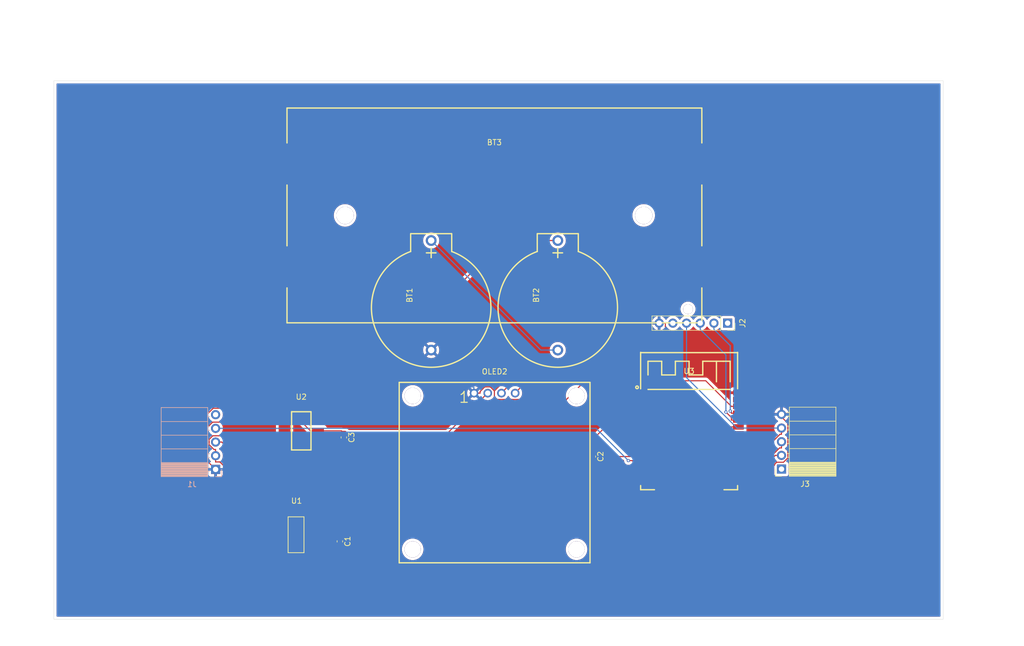
<source format=kicad_pcb>
(kicad_pcb (version 20240108) (generator "pcbnew") (generator_version "8.0")
  (layers (0 "F.Cu" signal) (31 "B.Cu" signal) (34 "B.Paste" user) (35 "F.Paste" user) (36 "B.SilkS" user "B.Silkscreen") (37 "F.SilkS" user "F.Silkscreen") (38 "B.Mask" user) (39 "F.Mask" user) (44 "Edge.Cuts" user))
  (net 0 "")
  (net 1 "Net-(BT1-Pad1)")
  (net 2 "GND")
  (net 3 "+BATT")
  (net 4 "+3.3V")
  (net 5 "Y2")
  (net 7 "X2")
  (net 10 "Net-(J2-Pin_3)")
  (net 11 "Net-(J2-Pin_2)")
  (net 12 "Y1")
  (net 14 "X1")
  (net 15 "SDA")
  (net 16 "SCL")
  (net 17 "+5V")
  (net 44 "Net-(BT3-Pad1)")
  (footprint "easyeda2kicad:BAT-TH_BS-02-A1AK006" (layer "F.Cu") (at 138.4903 24.83 90)
    (property "Reference" "BT2" (at 0 -4 90) (layer "F.SilkS"))
    (property "Value" "BS-02-A1AK006")
    (fp_line (start 8.13 -3.81) (end 11.44 -3.81) (stroke (width 0.25)) (layer "F.SilkS"))
    (fp_line (start 11.44 -3.75) (end 11.44 3.75) (stroke (width 0.25)) (layer "F.SilkS"))
    (fp_line (start 7.88 -0.89) (end 7.88 0.89) (stroke (width 0.25)) (layer "F.SilkS"))
    (fp_line (start 6.99 0) (end 8.77 0) (stroke (width 0.25)) (layer "F.SilkS"))
    (fp_line (start 8.13 3.81) (end 11.44 3.81) (stroke (width 0.25)) (layer "F.SilkS"))
    (fp_arc (start 8.13 3.81) (mid -13.365315 -0.001419) (end 8.130975 -3.807335) (stroke (width 0.25)) (layer "F.SilkS"))
    (pad "1" thru_hole circle (at 10.17 0 90) (size 2 2) (drill 1.199998) (layers "*.Cu" "*.Mask") (net 3 "+BATT"))
    (pad "2" thru_hole circle (at -10.17 0 90) (size 2 2) (drill 1.199998) (layers "*.Cu" "*.Mask") (net 1 "Net-(BT1-Pad1)"))
  )
  (footprint "easyeda2kicad:SOT-223-3_L6.5-W3.4-P2.30-LS7.0-BR" (layer "F.Cu") (at 90.03 69.3)
    (property "Reference" "U1" (at 0 -6.3 0) (layer "F.SilkS"))
    (property "Value" "AZ1117H-3.3TRG1")
    (fp_line (start -1.57 -3.33) (end 1.37 -3.33) (stroke (width 0.15)) (layer "F.SilkS"))
    (fp_line (start -1.57 3.33) (end -1.57 -3.33) (stroke (width 0.15)) (layer "F.SilkS"))
    (fp_line (start 1.37 -3.33) (end 1.37 3.33) (stroke (width 0.15)) (layer "F.SilkS"))
    (fp_line (start 1.37 3.33) (end -1.57 3.33) (stroke (width 0.15)) (layer "F.SilkS"))
    (pad "1" smd rect (at 2.97 2.3) (size 2.5 1.1) (layers "F.Cu" "F.Paste" "F.Mask") (net 2 "GND"))
    (pad "2" smd rect (at 2.97 0) (size 2.5 1.1) (layers "F.Cu" "F.Paste" "F.Mask") (net 4 "+3.3V"))
    (pad "3" smd rect (at 2.97 -2.3) (size 2.5 1.1) (layers "F.Cu" "F.Paste" "F.Mask") (net 3 "+BATT"))
    (pad "4" smd rect (at -2.97 0) (size 2.34 3.6) (layers "F.Cu" "F.Paste" "F.Mask") (net 4 "+3.3V"))
  )
  (footprint "Capacitor_SMD:C_0603_1608Metric" (layer "F.Cu") (at 98.06 70.525 -90)
    (property "Reference" "C1" (at 0 -1.43 90) (layer "F.SilkS"))
    (property "Value" "10uF")
    (fp_line (start -0.14058 0.51) (end 0.14058 0.51) (stroke (width 0.12)) (layer "F.SilkS"))
    (fp_line (start -0.14058 -0.51) (end 0.14058 -0.51) (stroke (width 0.12)) (layer "F.SilkS"))
    (pad "1" smd roundrect (at -0.775 0 270) (size 0.9 0.95) (layers "F.Cu" "F.Paste" "F.Mask") (net 4 "+3.3V"))
    (pad "2" smd roundrect (at 0.775 0 270) (size 0.9 0.95) (layers "F.Cu" "F.Paste" "F.Mask") (net 2 "GND"))
  )
  (footprint "easyeda2kicad:OLED-TH_L35.4-W33.5_HS13L03W2C01" (layer "F.Cu") (at 126.77 43)
    (property "Reference" "OLED2" (at 0 -4 0) (layer "F.SilkS"))
    (property "Value" "HS13L03W2C01")
    (fp_line (start -17.7 -2) (end 17.7 -2) (stroke (width 0.25)) (layer "F.SilkS"))
    (fp_line (start -17.7 31.5) (end -17.7 -2) (stroke (width 0.25)) (layer "F.SilkS"))
    (fp_line (start 17.7 -2) (end 17.7 31.5) (stroke (width 0.25)) (layer "F.SilkS"))
    (fp_line (start 17.7 31.5) (end -17.7 31.5) (stroke (width 0.25)) (layer "F.SilkS"))
    (fp_text user "1" (at -6.75 0.77 0) (layer "F.SilkS") (effects (font (size 2.03 2.03) (thickness 0.2)) (justify left)))
    (pad "" thru_hole circle (at -15.2 0.5) (size 3 3) (drill 3) (layers "*.Cu" "*.Mask"))
    (pad "" thru_hole circle (at -15.2 29) (size 3 3) (drill 3) (layers "*.Cu" "*.Mask"))
    (pad "" thru_hole circle (at 15.2 0.5) (size 3 3) (drill 3) (layers "*.Cu" "*.Mask"))
    (pad "" thru_hole circle (at 15.2 29) (size 3 3) (drill 3) (layers "*.Cu" "*.Mask"))
    (pad "1" thru_hole circle (at -3.81 0) (size 1.6 1.6) (drill 0.999998) (layers "*.Cu" "*.Mask") (net 2 "GND"))
    (pad "2" thru_hole circle (at -1.27 0) (size 1.6 1.6) (drill 0.999998) (layers "*.Cu" "*.Mask") (net 17 "+5V"))
    (pad "3" thru_hole circle (at 1.27 0) (size 1.6 1.6) (drill 0.999998) (layers "*.Cu" "*.Mask") (net 16 "SCL"))
    (pad "4" thru_hole circle (at 3.81 0) (size 1.6 1.6) (drill 0.999998) (layers "*.Cu" "*.Mask") (net 15 "SDA"))
  )
  (footprint "Connector_PinSocket_2.54mm:PinSocket_1x05_P2.54mm_Horizontal" (layer "F.Cu") (at 180 57.1 180)
    (property "Reference" "J3" (at -4.38 -2.77 0) (layer "F.SilkS"))
    (property "Value" "Conn_01x05")
    (fp_line (start 1.11 -1.33) (end 1.11 0) (stroke (width 0.12)) (layer "F.SilkS"))
    (fp_line (start 0 -1.33) (end 1.11 -1.33) (stroke (width 0.12)) (layer "F.SilkS"))
    (fp_line (start -1.46 10.52) (end -1.05 10.52) (stroke (width 0.12)) (layer "F.SilkS"))
    (fp_line (start -1.46 9.8) (end -1.05 9.8) (stroke (width 0.12)) (layer "F.SilkS"))
    (fp_line (start -1.46 7.98) (end -1.05 7.98) (stroke (width 0.12)) (layer "F.SilkS"))
    (fp_line (start -1.46 7.26) (end -1.05 7.26) (stroke (width 0.12)) (layer "F.SilkS"))
    (fp_line (start -1.46 5.44) (end -1.05 5.44) (stroke (width 0.12)) (layer "F.SilkS"))
    (fp_line (start -1.46 4.72) (end -1.05 4.72) (stroke (width 0.12)) (layer "F.SilkS"))
    (fp_line (start -1.46 2.9) (end -1.05 2.9) (stroke (width 0.12)) (layer "F.SilkS"))
    (fp_line (start -1.46 2.18) (end -1.05 2.18) (stroke (width 0.12)) (layer "F.SilkS"))
    (fp_line (start -1.46 0.36) (end -1.11 0.36) (stroke (width 0.12)) (layer "F.SilkS"))
    (fp_line (start -1.46 -0.36) (end -1.11 -0.36) (stroke (width 0.12)) (layer "F.SilkS"))
    (fp_line (start -1.46 -1.33) (end -1.46 11.49) (stroke (width 0.12)) (layer "F.SilkS"))
    (fp_line (start -10.09 11.49) (end -1.46 11.49) (stroke (width 0.12)) (layer "F.SilkS"))
    (fp_line (start -10.09 8.89) (end -1.46 8.89) (stroke (width 0.12)) (layer "F.SilkS"))
    (fp_line (start -10.09 6.35) (end -1.46 6.35) (stroke (width 0.12)) (layer "F.SilkS"))
    (fp_line (start -10.09 3.81) (end -1.46 3.81) (stroke (width 0.12)) (layer "F.SilkS"))
    (fp_line (start -10.09 1.27) (end -1.46 1.27) (stroke (width 0.12)) (layer "F.SilkS"))
    (fp_line (start -10.09 1.1519) (end -1.46 1.1519) (stroke (width 0.12)) (layer "F.SilkS"))
    (fp_line (start -10.09 1.033805) (end -1.46 1.033805) (stroke (width 0.12)) (layer "F.SilkS"))
    (fp_line (start -10.09 0.91571) (end -1.46 0.91571) (stroke (width 0.12)) (layer "F.SilkS"))
    (fp_line (start -10.09 0.797615) (end -1.46 0.797615) (stroke (width 0.12)) (layer "F.SilkS"))
    (fp_line (start -10.09 0.67952) (end -1.46 0.67952) (stroke (width 0.12)) (layer "F.SilkS"))
    (fp_line (start -10.09 0.561425) (end -1.46 0.561425) (stroke (width 0.12)) (layer "F.SilkS"))
    (fp_line (start -10.09 0.44333) (end -1.46 0.44333) (stroke (width 0.12)) (layer "F.SilkS"))
    (fp_line (start -10.09 0.325235) (end -1.46 0.325235) (stroke (width 0.12)) (layer "F.SilkS"))
    (fp_line (start -10.09 0.20714) (end -1.46 0.20714) (stroke (width 0.12)) (layer "F.SilkS"))
    (fp_line (start -10.09 0.089045) (end -1.46 0.089045) (stroke (width 0.12)) (layer "F.SilkS"))
    (fp_line (start -10.09 -0.02905) (end -1.46 -0.02905) (stroke (width 0.12)) (layer "F.SilkS"))
    (fp_line (start -10.09 -0.147145) (end -1.46 -0.147145) (stroke (width 0.12)) (layer "F.SilkS"))
    (fp_line (start -10.09 -0.26524) (end -1.46 -0.26524) (stroke (width 0.12)) (layer "F.SilkS"))
    (fp_line (start -10.09 -0.383335) (end -1.46 -0.383335) (stroke (width 0.12)) (layer "F.SilkS"))
    (fp_line (start -10.09 -0.50143) (end -1.46 -0.50143) (stroke (width 0.12)) (layer "F.SilkS"))
    (fp_line (start -10.09 -0.619525) (end -1.46 -0.619525) (stroke (width 0.12)) (layer "F.SilkS"))
    (fp_line (start -10.09 -0.73762) (end -1.46 -0.73762) (stroke (width 0.12)) (layer "F.SilkS"))
    (fp_line (start -10.09 -0.855715) (end -1.46 -0.855715) (stroke (width 0.12)) (layer "F.SilkS"))
    (fp_line (start -10.09 -0.97381) (end -1.46 -0.97381) (stroke (width 0.12)) (layer "F.SilkS"))
    (fp_line (start -10.09 -1.091905) (end -1.46 -1.091905) (stroke (width 0.12)) (layer "F.SilkS"))
    (fp_line (start -10.09 -1.21) (end -1.46 -1.21) (stroke (width 0.12)) (layer "F.SilkS"))
    (fp_line (start -10.09 -1.33) (end -1.46 -1.33) (stroke (width 0.12)) (layer "F.SilkS"))
    (fp_line (start -10.09 -1.33) (end -10.09 11.49) (stroke (width 0.12)) (layer "F.SilkS"))
    (pad "1" thru_hole rect (at 0 0 180) (size 1.7 1.7) (drill 1) (layers "*.Cu" "*.Mask"))
    (pad "2" thru_hole oval (at 0 2.54 180) (size 1.7 1.7) (drill 1) (layers "*.Cu" "*.Mask") (net 12 "Y1"))
    (pad "3" thru_hole oval (at 0 5.08 180) (size 1.7 1.7) (drill 1) (layers "*.Cu" "*.Mask") (net 14 "X1"))
    (pad "4" thru_hole oval (at 0 7.62 180) (size 1.7 1.7) (drill 1) (layers "*.Cu" "*.Mask") (net 4 "+3.3V"))
    (pad "5" thru_hole oval (at 0 10.16 180) (size 1.7 1.7) (drill 1) (layers "*.Cu" "*.Mask") (net 2 "GND"))
  )
  (footprint "easyeda2kicad:BAT-TH_BS-02-A1AK006" (layer "F.Cu") (at 115 24.83 90)
    (property "Reference" "BT1" (at 0 -4 90) (layer "F.SilkS"))
    (property "Value" "BS-02-A1AK006")
    (fp_line (start 8.13 -3.81) (end 11.44 -3.81) (stroke (width 0.25)) (layer "F.SilkS"))
    (fp_line (start 11.44 -3.75) (end 11.44 3.75) (stroke (width 0.25)) (layer "F.SilkS"))
    (fp_line (start 7.88 -0.89) (end 7.88 0.89) (stroke (width 0.25)) (layer "F.SilkS"))
    (fp_line (start 6.99 0) (end 8.77 0) (stroke (width 0.25)) (layer "F.SilkS"))
    (fp_line (start 8.13 3.81) (end 11.44 3.81) (stroke (width 0.25)) (layer "F.SilkS"))
    (fp_arc (start 8.13 3.81) (mid -13.365315 -0.001419) (end 8.130975 -3.807335) (stroke (width 0.25)) (layer "F.SilkS"))
    (pad "1" thru_hole circle (at 10.17 0 90) (size 2 2) (drill 1.199998) (layers "*.Cu" "*.Mask") (net 1 "Net-(BT1-Pad1)"))
    (pad "2" thru_hole circle (at -10.17 0 90) (size 2 2) (drill 1.199998) (layers "*.Cu" "*.Mask") (net 2 "GND"))
  )
  (footprint "Connector_PinSocket_2.54mm:PinSocket_1x06_P2.54mm_Vertical" (layer "F.Cu") (at 170 30 -90)
    (property "Reference" "J2" (at 0 -2.77 90) (layer "F.SilkS"))
    (property "Value" "Conn_01x06")
    (fp_line (start -1.33 14.03) (end 1.33 14.03) (stroke (width 0.12)) (layer "F.SilkS"))
    (fp_line (start -1.33 1.27) (end -1.33 14.03) (stroke (width 0.12)) (layer "F.SilkS"))
    (fp_line (start -1.33 1.27) (end 1.33 1.27) (stroke (width 0.12)) (layer "F.SilkS"))
    (fp_line (start 1.33 1.27) (end 1.33 14.03) (stroke (width 0.12)) (layer "F.SilkS"))
    (fp_line (start 0 -1.33) (end 1.33 -1.33) (stroke (width 0.12)) (layer "F.SilkS"))
    (fp_line (start 1.33 -1.33) (end 1.33 0) (stroke (width 0.12)) (layer "F.SilkS"))
    (pad "1" thru_hole rect (at 0 0 270) (size 1.7 1.7) (drill 1) (layers "*.Cu" "*.Mask"))
    (pad "2" thru_hole oval (at 0 2.54 270) (size 1.7 1.7) (drill 1) (layers "*.Cu" "*.Mask") (net 11 "Net-(J2-Pin_2)"))
    (pad "3" thru_hole oval (at 0 5.08 270) (size 1.7 1.7) (drill 1) (layers "*.Cu" "*.Mask") (net 10 "Net-(J2-Pin_3)"))
    (pad "4" thru_hole oval (at 0 7.62 270) (size 1.7 1.7) (drill 1) (layers "*.Cu" "*.Mask") (net 4 "+3.3V"))
    (pad "5" thru_hole oval (at 0 10.16 270) (size 1.7 1.7) (drill 1) (layers "*.Cu" "*.Mask"))
    (pad "6" thru_hole oval (at 0 12.7 270) (size 1.7 1.7) (drill 1) (layers "*.Cu" "*.Mask") (net 2 "GND"))
  )
  (footprint "easyeda2kicad:SOT-223_L6.7-W3.5-P2.30-BR" (layer "F.Cu") (at 90.9 50)
    (property "Reference" "U2" (at 0 -6.3 0) (layer "F.SilkS"))
    (property "Value" "AMS1117-5.0_C347223")
    (fp_line (start -1.8 -3.55) (end 1.8 -3.55) (stroke (width 0.25)) (layer "F.SilkS"))
    (fp_line (start -1.8 3.55) (end -1.8 -3.55) (stroke (width 0.25)) (layer "F.SilkS"))
    (fp_line (start -1.8 3.55) (end 1.8 3.55) (stroke (width 0.25)) (layer "F.SilkS"))
    (fp_line (start 1.8 3.55) (end 1.8 -3.55) (stroke (width 0.25)) (layer "F.SilkS"))
    (pad "1" smd rect (at 3.1 2.3 90) (size 1.1 2.2) (layers "F.Cu" "F.Paste" "F.Mask") (net 2 "GND"))
    (pad "2" smd rect (at 3.1 0 90) (size 1.1 2.2) (layers "F.Cu" "F.Paste" "F.Mask") (net 17 "+5V"))
    (pad "3" smd rect (at 3.1 -2.3 90) (size 1.1 2.2) (layers "F.Cu" "F.Paste" "F.Mask") (net 3 "+BATT"))
    (pad "4" smd rect (at -3.1 0) (size 2.2 3.5) (layers "F.Cu" "F.Paste" "F.Mask") (net 17 "+5V"))
  )
  (footprint "Capacitor_SMD:C_0603_1608Metric" (layer "F.Cu") (at 98.8 51.225 -90)
    (property "Reference" "C3" (at 0 -1.43 90) (layer "F.SilkS"))
    (property "Value" "10uF")
    (fp_line (start -0.14058 0.51) (end 0.14058 0.51) (stroke (width 0.12)) (layer "F.SilkS"))
    (fp_line (start -0.14058 -0.51) (end 0.14058 -0.51) (stroke (width 0.12)) (layer "F.SilkS"))
    (pad "1" smd roundrect (at -0.775 0 270) (size 0.9 0.95) (layers "F.Cu" "F.Paste" "F.Mask") (net 17 "+5V"))
    (pad "2" smd roundrect (at 0.775 0 270) (size 0.9 0.95) (layers "F.Cu" "F.Paste" "F.Mask") (net 2 "GND"))
  )
  (footprint "Capacitor_SMD:C_0603_1608Metric" (layer "F.Cu") (at 145 54.775 -90)
    (property "Reference" "C2" (at 0 -1.43 90) (layer "F.SilkS"))
    (property "Value" "10uF")
    (fp_line (start -0.14058 0.51) (end 0.14058 0.51) (stroke (width 0.12)) (layer "F.SilkS"))
    (fp_line (start -0.14058 -0.51) (end 0.14058 -0.51) (stroke (width 0.12)) (layer "F.SilkS"))
    (pad "1" smd roundrect (at -0.775 0 270) (size 0.9 0.95) (layers "F.Cu" "F.Paste" "F.Mask") (net 4 "+3.3V"))
    (pad "2" smd roundrect (at 0.775 0 270) (size 0.9 0.95) (layers "F.Cu" "F.Paste" "F.Mask") (net 2 "GND"))
  )
  (footprint "easyeda2kicad:COMM-SMD_ESP-WROOM-32D" (layer "F.Cu") (at 162.85 52.03)
    (property "Reference" "U3" (at 0 -13.11 0) (layer "F.SilkS"))
    (property "Value" "ESP-WROOM-32E")
    (fp_line (start -8.99 -16.61) (end -8.99 -9.84) (stroke (width 0.25)) (layer "F.SilkS"))
    (fp_line (start -8.99 -16.55) (end 9 -16.55) (stroke (width 0.25)) (layer "F.SilkS"))
    (fp_line (start -8.99 8.13) (end -8.99 8.9) (stroke (width 0.25)) (layer "F.SilkS"))
    (fp_line (start -8.99 8.9) (end -6.42 8.9) (stroke (width 0.25)) (layer "F.SilkS"))
    (fp_line (start -7.62 -14.95) (end -5.08 -14.95) (stroke (width 0.25)) (layer "F.SilkS"))
    (fp_line (start -7.62 -12.41) (end -7.62 -14.95) (stroke (width 0.25)) (layer "F.SilkS"))
    (fp_line (start -7.62 -9.72) (end 7.62 -9.72) (stroke (width 0.25)) (layer "F.SilkS"))
    (fp_line (start -5.08 -14.95) (end -5.08 -12.41) (stroke (width 0.25)) (layer "F.SilkS"))
    (fp_line (start -5.08 -12.41) (end -2.54 -12.41) (stroke (width 0.25)) (layer "F.SilkS"))
    (fp_line (start -2.54 -14.95) (end 0 -14.95) (stroke (width 0.25)) (layer "F.SilkS"))
    (fp_line (start -2.54 -12.41) (end -2.54 -14.95) (stroke (width 0.25)) (layer "F.SilkS"))
    (fp_line (start 0 -14.95) (end 0 -12.41) (stroke (width 0.25)) (layer "F.SilkS"))
    (fp_line (start 0 -12.41) (end 2.54 -12.41) (stroke (width 0.25)) (layer "F.SilkS"))
    (fp_line (start 2.54 -14.95) (end 6.35 -14.95) (stroke (width 0.25)) (layer "F.SilkS"))
    (fp_line (start 2.54 -12.41) (end 2.54 -14.95) (stroke (width 0.25)) (layer "F.SilkS"))
    (fp_line (start 5.08 -14.95) (end 5.08 -11.14) (stroke (width 0.25)) (layer "F.SilkS"))
    (fp_line (start 6.35 -14.95) (end 7.62 -14.95) (stroke (width 0.25)) (layer "F.SilkS"))
    (fp_line (start 6.48 8.9) (end 9 8.9) (stroke (width 0.25)) (layer "F.SilkS"))
    (fp_line (start 7.62 -14.95) (end 7.62 -11.14) (stroke (width 0.25)) (layer "F.SilkS"))
    (fp_line (start 9 -16.61) (end 9 -9.84) (stroke (width 0.25)) (layer "F.SilkS"))
    (fp_line (start 9 8.13) (end 9 8.9) (stroke (width 0.25)) (layer "F.SilkS"))
    (fp_circle (center -9.65 -10.11) (end -9.4 -10.11) (stroke (width 0.25)) (fill none) (layer "F.SilkS"))
    (pad "1" smd rect (at -9.15 -9.11) (size 2 1) (layers "F.Cu" "F.Paste" "F.Mask") (net 2 "GND"))
    (pad "2" smd rect (at -9.15 -7.84) (size 2 1) (layers "F.Cu" "F.Paste" "F.Mask") (net 4 "+3.3V"))
    (pad "3" smd rect (at -9.15 -6.57) (size 2 1) (layers "F.Cu" "F.Paste" "F.Mask"))
    (pad "4" smd rect (at -9.15 -5.3) (size 2 1) (layers "F.Cu" "F.Paste" "F.Mask"))
    (pad "5" smd rect (at -9.15 -4.03) (size 2 1) (layers "F.Cu" "F.Paste" "F.Mask"))
    (pad "6" smd rect (at -9.15 -2.76) (size 2 1) (layers "F.Cu" "F.Paste" "F.Mask"))
    (pad "7" smd rect (at -9.15 -1.49) (size 2 1) (layers "F.Cu" "F.Paste" "F.Mask"))
    (pad "8" smd rect (at -9.15 -0.22) (size 2 1) (layers "F.Cu" "F.Paste" "F.Mask") (net 14 "X1"))
    (pad "9" smd rect (at -9.15 1.05) (size 2 1) (layers "F.Cu" "F.Paste" "F.Mask") (net 12 "Y1"))
    (pad "10" smd rect (at -9.15 2.32) (size 2 1) (layers "F.Cu" "F.Paste" "F.Mask") (net 7 "X2"))
    (pad "11" smd rect (at -9.15 3.59) (size 2 1) (layers "F.Cu" "F.Paste" "F.Mask") (net 5 "Y2"))
    (pad "12" smd rect (at -9.15 4.86) (size 2 1) (layers "F.Cu" "F.Paste" "F.Mask"))
    (pad "13" smd rect (at -9.15 6.13) (size 2 1) (layers "F.Cu" "F.Paste" "F.Mask"))
    (pad "14" smd rect (at -9.15 7.4) (size 2 1) (layers "F.Cu" "F.Paste" "F.Mask"))
    (pad "15" smd rect (at -5.69 9.11 90) (size 2 1) (layers "F.Cu" "F.Paste" "F.Mask") (net 2 "GND"))
    (pad "16" smd rect (at -4.42 9.11 90) (size 2 1) (layers "F.Cu" "F.Paste" "F.Mask"))
    (pad "17" smd rect (at -3.15 9.11 90) (size 2 1) (layers "F.Cu" "F.Paste" "F.Mask"))
    (pad "18" smd rect (at -1.88 9.11 90) (size 2 1) (layers "F.Cu" "F.Paste" "F.Mask"))
    (pad "19" smd rect (at -0.61 9.11 90) (size 2 1) (layers "F.Cu" "F.Paste" "F.Mask"))
    (pad "20" smd rect (at 0.66 9.11 90) (size 2 1) (layers "F.Cu" "F.Paste" "F.Mask"))
    (pad "21" smd rect (at 1.93 9.11 90) (size 2 1) (layers "F.Cu" "F.Paste" "F.Mask"))
    (pad "22" smd rect (at 3.2 9.11 90) (size 2 1) (layers "F.Cu" "F.Paste" "F.Mask"))
    (pad "23" smd rect (at 4.47 9.11 90) (size 2 1) (layers "F.Cu" "F.Paste" "F.Mask"))
    (pad "24" smd rect (at 5.74 9.11 90) (size 2 1) (layers "F.Cu" "F.Paste" "F.Mask"))
    (pad "25" smd rect (at 9.15 7.4) (size 2 1) (layers "F.Cu" "F.Paste" "F.Mask"))
    (pad "26" smd rect (at 9.15 6.13) (size 2 1) (layers "F.Cu" "F.Paste" "F.Mask"))
    (pad "27" smd rect (at 9.15 4.86) (size 2 1) (layers "F.Cu" "F.Paste" "F.Mask"))
    (pad "28" smd rect (at 9.15 3.59) (size 2 1) (layers "F.Cu" "F.Paste" "F.Mask"))
    (pad "29" smd rect (at 9.15 2.32) (size 2 1) (layers "F.Cu" "F.Paste" "F.Mask"))
    (pad "30" smd rect (at 9.15 1.05) (size 2 1) (layers "F.Cu" "F.Paste" "F.Mask"))
    (pad "31" smd rect (at 9.15 -0.22) (size 2 1) (layers "F.Cu" "F.Paste" "F.Mask"))
    (pad "32" smd rect (at 9.15 -1.49) (size 2 1) (layers "F.Cu" "F.Paste" "F.Mask"))
    (pad "33" smd rect (at 9.15 -2.76) (size 2 1) (layers "F.Cu" "F.Paste" "F.Mask") (net 15 "SDA"))
    (pad "34" smd rect (at 9.15 -4.03) (size 2 1) (layers "F.Cu" "F.Paste" "F.Mask") (net 10 "Net-(J2-Pin_3)"))
    (pad "35" smd rect (at 9.15 -5.3) (size 2 1) (layers "F.Cu" "F.Paste" "F.Mask") (net 11 "Net-(J2-Pin_2)"))
    (pad "36" smd rect (at 9.15 -6.57) (size 2 1) (layers "F.Cu" "F.Paste" "F.Mask") (net 16 "SCL"))
    (pad "37" smd rect (at 9.15 -7.84) (size 2 1) (layers "F.Cu" "F.Paste" "F.Mask"))
    (pad "38" smd rect (at 9.15 -9.11) (size 2 1) (layers "F.Cu" "F.Paste" "F.Mask") (net 2 "GND"))
    (pad "39" smd rect (at -1.49 -1.4) (size 3.5 3.5) (layers "F.Cu" "F.Paste" "F.Mask") (net 2 "GND"))
  )
  (footprint "easyeda2kicad:BAT-SMD_BH-18650-B1BA007" (layer "F.Cu") (at 126.73 10)
    (property "Reference" "BT3" (at 0 -13.55 0) (layer "F.SilkS"))
    (property "Value" "BH-18650-B1BA007")
    (fp_line (start -38.48 -19.94) (end 38.49 -19.94) (stroke (width 0.25)) (layer "F.SilkS"))
    (fp_line (start -38.48 -13.46) (end -38.48 -19.94) (stroke (width 0.25)) (layer "F.SilkS"))
    (fp_line (start -38.48 5.64) (end -38.48 -5.64) (stroke (width 0.25)) (layer "F.SilkS"))
    (fp_line (start -38.48 19.94) (end -38.48 13.46) (stroke (width 0.25)) (layer "F.SilkS"))
    (fp_line (start 38.49 -19.94) (end 38.49 -13.46) (stroke (width 0.25)) (layer "F.SilkS"))
    (fp_line (start 38.49 -5.64) (end 38.49 5.64) (stroke (width 0.25)) (layer "F.SilkS"))
    (fp_line (start 38.49 13.46) (end 38.49 19.94) (stroke (width 0.25)) (layer "F.SilkS"))
    (fp_line (start 38.49 19.94) (end -38.48 19.94) (stroke (width 0.25)) (layer "F.SilkS"))
    (pad "" thru_hole circle (at -27.7 0) (size 3.2 3.2) (drill 3.2) (layers "*.Cu" "*.Mask"))
    (pad "" thru_hole circle (at 27.7 0) (size 3.2 3.2) (drill 3.2) (layers "*.Cu" "*.Mask"))
    (pad "" thru_hole circle (at 35.93 17.4) (size 1.8 1.8) (drill 1.8) (layers "*.Cu" "*.Mask"))
    (pad "1" smd rect (at -40.85 -9.55) (size 5.32 7.35) (layers "F.Cu" "F.Paste" "F.Mask") (net 44 "Net-(BT3-Pad1)"))
    (pad "2" smd rect (at 40.85 -9.55) (size 5.32 7.35) (layers "F.Cu" "F.Paste" "F.Mask") (net 2 "GND"))
    (pad "3" smd rect (at -40.85 9.55) (size 5.32 7.35) (layers "F.Cu" "F.Paste" "F.Mask") (net 3 "+BATT"))
    (pad "4" smd rect (at 40.85 9.55) (size 5.32 7.35) (layers "F.Cu" "F.Paste" "F.Mask") (net 44 "Net-(BT3-Pad1)"))
  )
  (footprint "Connector_PinSocket_2.54mm:PinSocket_1x05_P2.54mm_Horizontal" (layer "B.Cu") (at 75 57.16)
    (property "Reference" "J1" (at -4.38 2.77 0) (layer "B.SilkS") (effects (justify mirror)))
    (property "Value" "Conn_01x05")
    (fp_line (start -10.09 -11.49) (end -10.09 1.33) (stroke (width 0.12)) (layer "B.SilkS"))
    (fp_line (start -1.46 -11.49) (end -10.09 -11.49) (stroke (width 0.12)) (layer "B.SilkS"))
    (fp_line (start -1.46 -11.49) (end -1.46 1.33) (stroke (width 0.12)) (layer "B.SilkS"))
    (fp_line (start -1.46 -8.89) (end -10.09 -8.89) (stroke (width 0.12)) (layer "B.SilkS"))
    (fp_line (start -1.46 -6.35) (end -10.09 -6.35) (stroke (width 0.12)) (layer "B.SilkS"))
    (fp_line (start -1.46 -3.81) (end -10.09 -3.81) (stroke (width 0.12)) (layer "B.SilkS"))
    (fp_line (start -1.46 -1.27) (end -10.09 -1.27) (stroke (width 0.12)) (layer "B.SilkS"))
    (fp_line (start -1.46 -1.1519) (end -10.09 -1.1519) (stroke (width 0.12)) (layer "B.SilkS"))
    (fp_line (start -1.46 -1.033805) (end -10.09 -1.033805) (stroke (width 0.12)) (layer "B.SilkS"))
    (fp_line (start -1.46 -0.91571) (end -10.09 -0.91571) (stroke (width 0.12)) (layer "B.SilkS"))
    (fp_line (start -1.46 -0.797615) (end -10.09 -0.797615) (stroke (width 0.12)) (layer "B.SilkS"))
    (fp_line (start -1.46 -0.67952) (end -10.09 -0.67952) (stroke (width 0.12)) (layer "B.SilkS"))
    (fp_line (start -1.46 -0.561425) (end -10.09 -0.561425) (stroke (width 0.12)) (layer "B.SilkS"))
    (fp_line (start -1.46 -0.44333) (end -10.09 -0.44333) (stroke (width 0.12)) (layer "B.SilkS"))
    (fp_line (start -1.46 -0.325235) (end -10.09 -0.325235) (stroke (width 0.12)) (layer "B.SilkS"))
    (fp_line (start -1.46 -0.20714) (end -10.09 -0.20714) (stroke (width 0.12)) (layer "B.SilkS"))
    (fp_line (start -1.46 -0.089045) (end -10.09 -0.089045) (stroke (width 0.12)) (layer "B.SilkS"))
    (fp_line (start -1.46 0.02905) (end -10.09 0.02905) (stroke (width 0.12)) (layer "B.SilkS"))
    (fp_line (start -1.46 0.147145) (end -10.09 0.147145) (stroke (width 0.12)) (layer "B.SilkS"))
    (fp_line (start -1.46 0.26524) (end -10.09 0.26524) (stroke (width 0.12)) (layer "B.SilkS"))
    (fp_line (start -1.46 0.383335) (end -10.09 0.383335) (stroke (width 0.12)) (layer "B.SilkS"))
    (fp_line (start -1.46 0.50143) (end -10.09 0.50143) (stroke (width 0.12)) (layer "B.SilkS"))
    (fp_line (start -1.46 0.619525) (end -10.09 0.619525) (stroke (width 0.12)) (layer "B.SilkS"))
    (fp_line (start -1.46 0.73762) (end -10.09 0.73762) (stroke (width 0.12)) (layer "B.SilkS"))
    (fp_line (start -1.46 0.855715) (end -10.09 0.855715) (stroke (width 0.12)) (layer "B.SilkS"))
    (fp_line (start -1.46 0.97381) (end -10.09 0.97381) (stroke (width 0.12)) (layer "B.SilkS"))
    (fp_line (start -1.46 1.091905) (end -10.09 1.091905) (stroke (width 0.12)) (layer "B.SilkS"))
    (fp_line (start -1.46 1.21) (end -10.09 1.21) (stroke (width 0.12)) (layer "B.SilkS"))
    (fp_line (start -1.46 1.33) (end -10.09 1.33) (stroke (width 0.12)) (layer "B.SilkS"))
    (fp_line (start -1.11 -0.36) (end -1.46 -0.36) (stroke (width 0.12)) (layer "B.SilkS"))
    (fp_line (start -1.11 0.36) (end -1.46 0.36) (stroke (width 0.12)) (layer "B.SilkS"))
    (fp_line (start -1.05 -10.52) (end -1.46 -10.52) (stroke (width 0.12)) (layer "B.SilkS"))
    (fp_line (start -1.05 -9.8) (end -1.46 -9.8) (stroke (width 0.12)) (layer "B.SilkS"))
    (fp_line (start -1.05 -7.98) (end -1.46 -7.98) (stroke (width 0.12)) (layer "B.SilkS"))
    (fp_line (start -1.05 -7.26) (end -1.46 -7.26) (stroke (width 0.12)) (layer "B.SilkS"))
    (fp_line (start -1.05 -5.44) (end -1.46 -5.44) (stroke (width 0.12)) (layer "B.SilkS"))
    (fp_line (start -1.05 -4.72) (end -1.46 -4.72) (stroke (width 0.12)) (layer "B.SilkS"))
    (fp_line (start -1.05 -2.9) (end -1.46 -2.9) (stroke (width 0.12)) (layer "B.SilkS"))
    (fp_line (start -1.05 -2.18) (end -1.46 -2.18) (stroke (width 0.12)) (layer "B.SilkS"))
    (fp_line (start 1.11 0) (end 1.11 1.33) (stroke (width 0.12)) (layer "B.SilkS"))
    (fp_line (start 1.11 1.33) (end 0 1.33) (stroke (width 0.12)) (layer "B.SilkS"))
    (pad "1" thru_hole rect (at 0 0) (size 1.7 1.7) (drill 1) (layers "*.Cu" "*.Mask") (net 2 "GND"))
    (pad "2" thru_hole oval (at 0 -2.54) (size 1.7 1.7) (drill 1) (layers "*.Cu" "*.Mask") (net 4 "+3.3V"))
    (pad "3" thru_hole oval (at 0 -5.08) (size 1.7 1.7) (drill 1) (layers "*.Cu" "*.Mask") (net 7 "X2"))
    (pad "4" thru_hole oval (at 0 -7.62) (size 1.7 1.7) (drill 1) (layers "*.Cu" "*.Mask") (net 5 "Y2"))
    (pad "5" thru_hole oval (at 0 -10.16) (size 1.7 1.7) (drill 1) (layers "*.Cu" "*.Mask"))
  )
  (gr_rect (start 45 -15) (end 210 85) (stroke (width 0.05)) (fill none) (layer "Edge.Cuts"))
  (segment (start 135.34 35) (end 138.4903 35) (width 0.2) (layer "B.Cu") (net 1))
  (segment (start 115 14.66) (end 135.34 35) (width 0.2) (layer "B.Cu") (net 1))
  (segment (start 178.7162 56.2158) (end 179.1019 55.8301) (width 0.2) (layer "F.Cu") (net 2))
  (segment (start 153.7 42.92) (end 155.0017 42.92) (width 0.2) (layer "F.Cu") (net 2))
  (segment (start 94 52.3) (end 98.5 52.3) (width 0.2) (layer "F.Cu") (net 2))
  (segment (start 93.7759 71.6) (end 94.5517 71.6) (width 0.2) (layer "F.Cu") (net 2))
  (segment (start 151.015 41.5367) (end 152.3983 42.92) (width 0.2) (layer "F.Cu") (net 2))
  (segment (start 118.9031 52) (end 98.8 52) (width 0.2) (layer "F.Cu") (net 2))
  (segment (start 180.3617 55.8301) (end 181.1517 55.0401) (width 0.2) (layer "F.Cu") (net 2))
  (segment (start 181.1517 48.5667) (end 179.525 46.94) (width 0.2) (layer "F.Cu") (net 2))
  (segment (start 179.525 46.94) (end 178.8483 46.94) (width 0.2) (layer "F.Cu") (net 2))
  (segment (start 126.73 42.5925) (end 126.73 44.1731) (width 0.2) (layer "F.Cu") (net 2))
  (segment (start 157.16 61.7908) (end 151.2408 61.7908) (width 0.2) (layer "F.Cu") (net 2))
  (segment (start 172.619 62.4417) (end 178.7162 56.3445) (width 0.2) (layer "F.Cu") (net 2))
  (segment (start 73.4055 49.4347) (end 74.4542 48.386) (width 0.2) (layer "F.Cu") (net 2))
  (segment (start 157.16 61.7908) (end 157.16 62.4417) (width 0.2) (layer "F.Cu") (net 2))
  (segment (start 84.9639 68.2756) (end 75 58.3117) (width 0.2) (layer "F.Cu") (net 2))
  (segment (start 73.4055 55.5655) (end 73.4055 49.4347) (width 0.2) (layer "F.Cu") (net 2))
  (segment (start 86.589 72.2306) (end 84.9639 70.6055) (width 0.2) (layer "F.Cu") (net 2))
  (segment (start 142.7352 41.5367) (end 151.015 41.5367) (width 0.2) (layer "F.Cu") (net 2))
  (segment (start 181.1517 55.0401) (end 181.1517 48.5667) (width 0.2) (layer "F.Cu") (net 2))
  (segment (start 124.0717 43) (end 124.0717 42.7121) (width 0.2) (layer "F.Cu") (net 2))
  (segment (start 157.3 30) (end 158.4517 30) (width 0.2) (layer "F.Cu") (net 2))
  (segment (start 74.4542 48.386) (end 82.5976 48.386) (width 0.2) (layer "F.Cu") (net 2))
  (segment (start 161.36 50.63) (end 161.36 48.5783) (width 0.2) (layer "F.Cu") (net 2))
  (segment (start 158.4517 30.6734) (end 158.4517 30) (width 0.2) (layer "F.Cu") (net 2))
  (segment (start 157.16 62.4417) (end 172.619 62.4417) (width 0.2) (layer "F.Cu") (net 2))
  (segment (start 174.8283 42.92) (end 172 42.92) (width 0.2) (layer "F.Cu") (net 2))
  (segment (start 122.92 43) (end 124.0717 43) (width 0.2) (layer "F.Cu") (net 2))
  (segment (start 126.73 42.5925) (end 139.3225 30) (width 0.2) (layer "F.Cu") (net 2))
  (segment (start 151.2408 61.7908) (end 145 55.55) (width 0.2) (layer "F.Cu") (net 2))
  (segment (start 125.9771 41.8396) (end 126.73 42.5925) (width 0.2) (layer "F.Cu") (net 2))
  (segment (start 153.7 42.92) (end 152.3983 42.92) (width 0.2) (layer "F.Cu") (net 2))
  (segment (start 140.0988 44.1731) (end 142.7352 41.5367) (width 0.2) (layer "F.Cu") (net 2))
  (segment (start 98.5 52.3) (end 98.8 52) (width 0.2) (layer "F.Cu") (net 2))
  (segment (start 179.1019 55.8301) (end 180.3617 55.8301) (width 0.2) (layer "F.Cu") (net 2))
  (segment (start 90.8177 72.2306) (end 86.589 72.2306) (width 0.2) (layer "F.Cu") (net 2))
  (segment (start 86.5116 52.3) (end 94 52.3) (width 0.2) (layer "F.Cu") (net 2))
  (segment (start 126.73 44.1731) (end 118.9031 52) (width 0.2) (layer "F.Cu") (net 2))
  (segment (start 155.0017 42.92) (end 160.66 48.5783) (width 0.2) (layer "F.Cu") (net 2))
  (segment (start 124.9442 41.8396) (end 125.9771 41.8396) (width 0.2) (layer "F.Cu") (net 2))
  (segment (start 124.0717 42.7121) (end 124.9442 41.8396) (width 0.2) (layer "F.Cu") (net 2))
  (segment (start 160.66 48.5783) (end 161.36 48.5783) (width 0.2) (layer "F.Cu") (net 2))
  (segment (start 157.16 61.14) (end 157.16 61.7908) (width 0.2) (layer "F.Cu") (net 2))
  (segment (start 82.5976 48.386) (end 86.5116 52.3) (width 0.2) (layer "F.Cu") (net 2))
  (segment (start 75 57.16) (end 75 58.3117) (width 0.2) (layer "F.Cu") (net 2))
  (segment (start 91.4483 71.6) (end 90.8177 72.2306) (width 0.2) (layer "F.Cu") (net 2))
  (segment (start 94.8517 71.3) (end 94.5517 71.6) (width 0.2) (layer "F.Cu") (net 2))
  (segment (start 98.06 71.3) (end 94.8517 71.3) (width 0.2) (layer "F.Cu") (net 2))
  (segment (start 75 57.16) (end 73.4055 55.5655) (width 0.2) (layer "F.Cu") (net 2))
  (segment (start 180 46.94) (end 179.525 46.94) (width 0.2) (layer "F.Cu") (net 2))
  (segment (start 170.6983 42.92) (end 158.4517 30.6734) (width 0.2) (layer "F.Cu") (net 2))
  (segment (start 93.7759 71.6) (end 93 71.6) (width 0.2) (layer "F.Cu") (net 2))
  (segment (start 139.3225 30) (end 157.3 30) (width 0.2) (layer "F.Cu") (net 2))
  (segment (start 93 71.6) (end 91.4483 71.6) (width 0.2) (layer "F.Cu") (net 2))
  (segment (start 126.73 44.1731) (end 140.0988 44.1731) (width 0.2) (layer "F.Cu") (net 2))
  (segment (start 172 42.92) (end 170.6983 42.92) (width 0.2) (layer "F.Cu") (net 2))
  (segment (start 178.8483 46.94) (end 174.8283 42.92) (width 0.2) (layer "F.Cu") (net 2))
  (segment (start 178.7162 56.3445) (end 178.7162 56.2158) (width 0.2) (layer "F.Cu") (net 2))
  (segment (start 84.9639 70.6055) (end 84.9639 68.2756) (width 0.2) (layer "F.Cu") (net 2))
  (segment (start 122.92 43) (end 122.92 41.8483) (width 0.2) (layer "B.Cu") (net 2))
  (segment (start 122.92 41.8483) (end 121.8483 41.8483) (width 0.2) (layer "B.Cu") (net 2))
  (segment (start 121.8483 41.8483) (end 115 35) (width 0.2) (layer "B.Cu") (net 2))
  (segment (start 95.4017 47.7) (end 128.4417 14.66) (width 0.2) (layer "F.Cu") (net 3))
  (segment (start 94 47.7) (end 92.5983 47.7) (width 0.2) (layer "F.Cu") (net 3))
  (segment (start 74.5538 45.8099) (end 72.9854 47.3783) (width 0.2) (layer "F.Cu") (net 3))
  (segment (start 94 47.7) (end 95.4017 47.7) (width 0.2) (layer "F.Cu") (net 3))
  (segment (start 72.9854 47.3783) (end 72.9854 59.195) (width 0.2) (layer "F.Cu") (net 3))
  (segment (start 85.88 39.58) (end 94 47.7) (width 0.2) (layer "F.Cu") (net 3))
  (segment (start 98.8865 69.3332) (end 96.5533 67) (width 0.2) (layer "F.Cu") (net 3))
  (segment (start 128.4417 14.66) (end 138.4903 14.66) (width 0.2) (layer "F.Cu") (net 3))
  (segment (start 96.5533 67) (end 93 67) (width 0.2) (layer "F.Cu") (net 3))
  (segment (start 92.5983 47.7) (end 90.7082 45.8099) (width 0.2) (layer "F.Cu") (net 3))
  (segment (start 72.9854 59.195) (end 86.464 72.6736) (width 0.2) (layer "F.Cu") (net 3))
  (segment (start 90.7082 45.8099) (end 74.5538 45.8099) (width 0.2) (layer "F.Cu") (net 3))
  (segment (start 98.8865 71.7031) (end 98.8865 69.3332) (width 0.2) (layer "F.Cu") (net 3))
  (segment (start 86.464 72.6736) (end 97.916 72.6736) (width 0.2) (layer "F.Cu") (net 3))
  (segment (start 97.916 72.6736) (end 98.8865 71.7031) (width 0.2) (layer "F.Cu") (net 3))
  (segment (start 85.88 19.55) (end 85.88 39.58) (width 0.2) (layer "F.Cu") (net 3))
  (segment (start 74.7121 53.4683) (end 75 53.4683) (width 0.2) (layer "F.Cu") (net 4))
  (segment (start 145 54) (end 144.2047 53.2047) (width 0.2) (layer "F.Cu") (net 4))
  (segment (start 170.875 60.2317) (end 173.125 60.2317) (width 0.2) (layer "F.Cu") (net 4))
  (segment (start 98.06 69.75) (end 95.0017 69.75) (width 0.2) (layer "F.Cu") (net 4))
  (segment (start 73.8213 52.5775) (end 74.7121 53.4683) (width 0.2) (layer "F.Cu") (net 4))
  (segment (start 91.4483 69.3) (end 89.3466 67.1983) (width 0.2) (layer "F.Cu") (net 4))
  (segment (start 75 55.1958) (end 75 54.62) (width 0.2) (layer "F.Cu") (net 4))
  (segment (start 159.3877 52.6817) (end 163.325 52.6817) (width 0.2) (layer "F.Cu") (net 4))
  (segment (start 144.2047 53.1896) (end 144.2047 52.3836) (width 0.2) (layer "F.Cu") (net 4))
  (segment (start 87.06 69.3) (end 87.06 67.1983) (width 0.2) (layer "F.Cu") (net 4))
  (segment (start 93 69.3) (end 91.4483 69.3) (width 0.2) (layer "F.Cu") (net 4))
  (segment (start 144.2047 52.3836) (end 152.3983 44.19) (width 0.2) (layer "F.Cu") (net 4))
  (segment (start 75 55.1958) (end 75 55.7717) (width 0.2) (layer "F.Cu") (net 4))
  (segment (start 153.7 44.19) (end 155.0017 44.19) (width 0.2) (layer "F.Cu") (net 4))
  (segment (start 155.0017 44.19) (end 155.0017 48.2957) (width 0.2) (layer "F.Cu") (net 4))
  (segment (start 75 55.7717) (end 75.7918 55.7717) (width 0.2) (layer "F.Cu") (net 4))
  (segment (start 144.2047 53.1896) (end 84.8267 53.1896) (width 0.2) (layer "F.Cu") (net 4))
  (segment (start 179.7315 50.6317) (end 180 50.6317) (width 0.2) (layer "F.Cu") (net 4))
  (segment (start 73.8213 51.5781) (end 73.8213 52.5775) (width 0.2) (layer "F.Cu") (net 4))
  (segment (start 163.325 52.6817) (end 170.875 60.2317) (width 0.2) (layer "F.Cu") (net 4))
  (segment (start 75 54.62) (end 75 53.4683) (width 0.2) (layer "F.Cu") (net 4))
  (segment (start 84.8267 53.1896) (end 82.5541 50.917) (width 0.2) (layer "F.Cu") (net 4))
  (segment (start 93 69.3) (end 94.5517 69.3) (width 0.2) (layer "F.Cu") (net 4))
  (segment (start 75.7918 55.7717) (end 87.06 67.0399) (width 0.2) (layer "F.Cu") (net 4))
  (segment (start 144.2047 53.2047) (end 144.2047 53.1896) (width 0.2) (layer "F.Cu") (net 4))
  (segment (start 173.3503 60.0064) (end 173.3503 57.0129) (width 0.2) (layer "F.Cu") (net 4))
  (segment (start 153.7 44.19) (end 152.3983 44.19) (width 0.2) (layer "F.Cu") (net 4))
  (segment (start 89.3466 67.1983) (end 87.06 67.1983) (width 0.2) (layer "F.Cu") (net 4))
  (segment (start 155.0017 48.2957) (end 159.3877 52.6817) (width 0.2) (layer "F.Cu") (net 4))
  (segment (start 95.0017 69.75) (end 94.5517 69.3) (width 0.2) (layer "F.Cu") (net 4))
  (segment (start 173.3503 57.0129) (end 179.7315 50.6317) (width 0.2) (layer "F.Cu") (net 4))
  (segment (start 82.5541 50.917) (end 74.4824 50.917) (width 0.2) (layer "F.Cu") (net 4))
  (segment (start 173.125 60.2317) (end 173.3503 60.0064) (width 0.2) (layer "F.Cu") (net 4))
  (segment (start 74.4824 50.917) (end 73.8213 51.5781) (width 0.2) (layer "F.Cu") (net 4))
  (segment (start 180 49.48) (end 180 50.6317) (width 0.2) (layer "F.Cu") (net 4))
  (segment (start 87.06 67.0399) (end 87.06 67.1983) (width 0.2) (layer "F.Cu") (net 4))
  (segment (start 171.7476 49.48) (end 162.38 40.1124) (width 0.2) (layer "B.Cu") (net 4))
  (segment (start 162.38 40.1124) (end 162.38 30) (width 0.2) (layer "B.Cu") (net 4))
  (segment (start 180 49.48) (end 171.7476 49.48) (width 0.2) (layer "B.Cu") (net 4))
  (segment (start 151.5867 55.5254) (end 152.3037 55.5254) (width 0.2) (layer "F.Cu") (net 5))
  (segment (start 152.3037 55.5254) (end 152.3983 55.62) (width 0.2) (layer "F.Cu") (net 5))
  (segment (start 153.7 55.62) (end 152.3983 55.62) (width 0.2) (layer "F.Cu") (net 5))
  (via (at 151.5867 55.5254) (size 0.6) (drill 0.3) (layers "F.Cu" "B.Cu") (net 5))
  (segment (start 145.6013 49.54) (end 151.5867 55.5254) (width 0.2) (layer "B.Cu") (net 5))
  (segment (start 75 49.54) (end 145.6013 49.54) (width 0.2) (layer "B.Cu") (net 5))
  (segment (start 75 52.08) (end 76.1517 52.08) (width 0.2) (layer "F.Cu") (net 7))
  (segment (start 153.7 54.35) (end 152.3983 54.35) (width 0.2) (layer "F.Cu") (net 7))
  (segment (start 78.8466 54.7749) (end 151.9734 54.7749) (width 0.2) (layer "F.Cu") (net 7))
  (segment (start 76.1517 52.08) (end 78.8466 54.7749) (width 0.2) (layer "F.Cu") (net 7))
  (segment (start 151.9734 54.7749) (end 152.3983 54.35) (width 0.2) (layer "F.Cu") (net 7))
  (segment (start 170.6983 48) (end 170.6983 47.5245) (width 0.2) (layer "F.Cu") (net 10))
  (segment (start 172 48) (end 170.6983 48) (width 0.2) (layer "F.Cu") (net 10))
  (segment (start 170.6983 47.5245) (end 169.6833 46.5095) (width 0.2) (layer "F.Cu") (net 10))
  (via (at 169.6833 46.5095) (size 0.6) (drill 0.3) (layers "F.Cu" "B.Cu") (net 10))
  (segment (start 164.92 30) (end 164.92 31.1517) (width 0.2) (layer "B.Cu") (net 10))
  (segment (start 169.6833 35.915) (end 169.6833 46.5095) (width 0.2) (layer "B.Cu") (net 10))
  (segment (start 164.92 31.1517) (end 169.6833 35.915) (width 0.2) (layer "B.Cu") (net 10))
  (segment (start 170.6983 46.5305) (end 170.494 46.3262) (width 0.2) (layer "F.Cu") (net 11))
  (segment (start 170.6983 46.73) (end 170.6983 46.5305) (width 0.2) (layer "F.Cu") (net 11))
  (segment (start 172 46.73) (end 170.6983 46.73) (width 0.2) (layer "F.Cu") (net 11))
  (via (at 170.494 46.3262) (size 0.6) (drill 0.3) (layers "F.Cu" "B.Cu") (net 11))
  (segment (start 170.494 34.1857) (end 170.494 46.3262) (width 0.2) (layer "B.Cu") (net 11))
  (segment (start 167.46 31.1517) (end 170.494 34.1857) (width 0.2) (layer "B.Cu") (net 11))
  (segment (start 167.46 30) (end 167.46 31.1517) (width 0.2) (layer "B.Cu") (net 11))
  (segment (start 174.1537 59.2546) (end 178.8483 54.56) (width 0.2) (layer "F.Cu") (net 12))
  (segment (start 153.7 53.08) (end 155.0017 53.08) (width 0.2) (layer "F.Cu") (net 12))
  (segment (start 170.5424 61.0351) (end 173.4576 61.0351) (width 0.2) (layer "F.Cu") (net 12))
  (segment (start 174.1537 60.339) (end 174.1537 59.2546) (width 0.2) (layer "F.Cu") (net 12))
  (segment (start 173.4576 61.0351) (end 174.1537 60.339) (width 0.2) (layer "F.Cu") (net 12))
  (segment (start 180 54.56) (end 178.8483 54.56) (width 0.2) (layer "F.Cu") (net 12))
  (segment (start 155.4068 53.4851) (end 162.9924 53.4851) (width 0.2) (layer "F.Cu") (net 12))
  (segment (start 162.9924 53.4851) (end 170.5424 61.0351) (width 0.2) (layer "F.Cu") (net 12))
  (segment (start 155.0017 53.08) (end 155.4068 53.4851) (width 0.2) (layer "F.Cu") (net 12))
  (segment (start 179.642 53.1717) (end 180 53.1717) (width 0.2) (layer "F.Cu") (net 14))
  (segment (start 170.7087 60.6334) (end 173.2913 60.6334) (width 0.2) (layer "F.Cu") (net 14))
  (segment (start 163.1587 53.0834) (end 170.7087 60.6334) (width 0.2) (layer "F.Cu") (net 14))
  (segment (start 173.752 59.0617) (end 179.642 53.1717) (width 0.2) (layer "F.Cu") (net 14))
  (segment (start 153.7 51.81) (end 157.2933 51.81) (width 0.2) (layer "F.Cu") (net 14))
  (segment (start 180 52.02) (end 180 53.1717) (width 0.2) (layer "F.Cu") (net 14))
  (segment (start 173.2913 60.6334) (end 173.752 60.1727) (width 0.2) (layer "F.Cu") (net 14))
  (segment (start 157.2933 51.81) (end 158.5667 53.0834) (width 0.2) (layer "F.Cu") (net 14))
  (segment (start 158.5667 53.0834) (end 163.1587 53.0834) (width 0.2) (layer "F.Cu") (net 14))
  (segment (start 173.752 60.1727) (end 173.752 59.0617) (width 0.2) (layer "F.Cu") (net 14))
  (segment (start 165.0407 49.27) (end 156.8927 41.122) (width 0.2) (layer "F.Cu") (net 15))
  (segment (start 156.8927 41.122) (end 132.418 41.122) (width 0.2) (layer "F.Cu") (net 15))
  (segment (start 172 49.27) (end 165.0407 49.27) (width 0.2) (layer "F.Cu") (net 15))
  (segment (start 132.418 41.122) (end 130.54 43) (width 0.2) (layer "F.Cu") (net 15))
  (segment (start 130.2989 40.7011) (end 128 43) (width 0.2) (layer "F.Cu") (net 16))
  (segment (start 172 45.46) (end 170.6983 45.46) (width 0.2) (layer "F.Cu") (net 16))
  (segment (start 165.9394 40.7011) (end 130.2989 40.7011) (width 0.2) (layer "F.Cu") (net 16))
  (segment (start 170.6983 45.46) (end 165.9394 40.7011) (width 0.2) (layer "F.Cu") (net 16))
  (segment (start 94 50) (end 98.35 50) (width 0.2) (layer "F.Cu") (net 17))
  (segment (start 94 50) (end 92.5983 50) (width 0.2) (layer "F.Cu") (net 17))
  (segment (start 98.8 50.45) (end 118.01 50.45) (width 0.2) (layer "F.Cu") (net 17))
  (segment (start 90.5466 47.9483) (end 92.5983 50) (width 0.2) (layer "F.Cu") (net 17))
  (segment (start 98.35 50) (end 98.8 50.45) (width 0.2) (layer "F.Cu") (net 17))
  (segment (start 87.8 47.9483) (end 90.5466 47.9483) (width 0.2) (layer "F.Cu") (net 17))
  (segment (start 118.01 50.45) (end 125.46 43) (width 0.2) (layer "F.Cu") (net 17))
  (segment (start 87.8 50) (end 87.8 47.9483) (width 0.2) (layer "F.Cu") (net 17))
  (segment (start 148.48 0.45) (end 167.58 19.55) (width 0.2) (layer "F.Cu") (net 44))
  (segment (start 85.88 0.45) (end 148.48 0.45) (width 0.2) (layer "F.Cu") (net 44))
  (zone (net 2) (net_name "GND") (layers "F&B.Cu") (connect_pads (clearance 0.5)) (min_thickness 0.25) (fill yes (thermal_gap 0.5) (thermal_bridge_width 0.5))
    (polygon (pts (xy 35 -30) (xy 220 -25) (xy 225 90) (xy 40 90)))
  )
)
</source>
